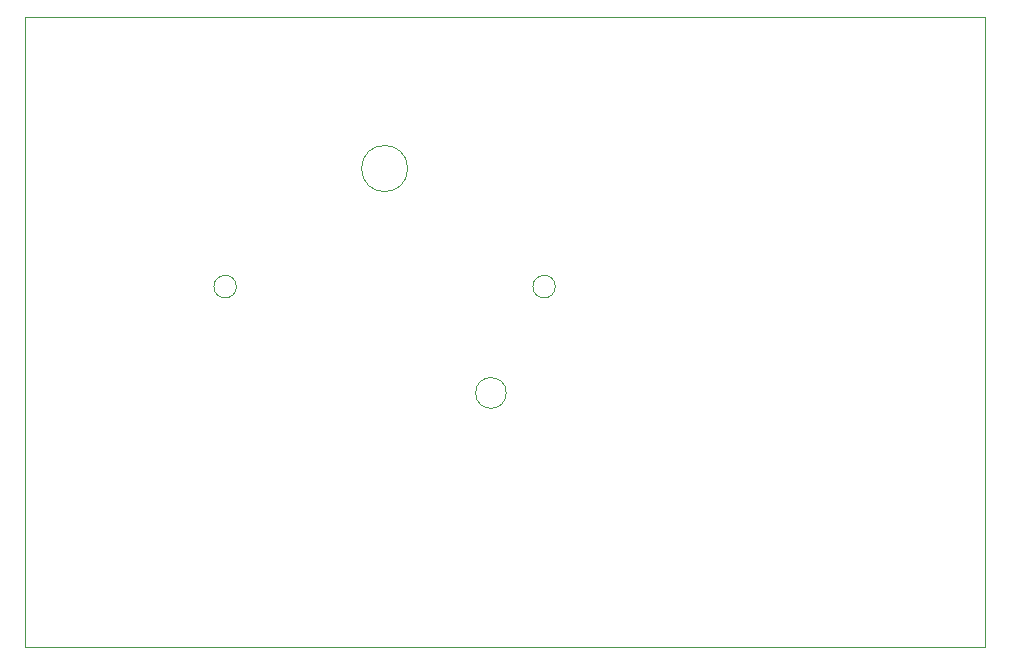
<source format=gbr>
%TF.GenerationSoftware,KiCad,Pcbnew,7.0.10*%
%TF.CreationDate,2024-01-23T18:03:39-08:00*%
%TF.ProjectId,514final,35313466-696e-4616-9c2e-6b696361645f,rev?*%
%TF.SameCoordinates,Original*%
%TF.FileFunction,Profile,NP*%
%FSLAX46Y46*%
G04 Gerber Fmt 4.6, Leading zero omitted, Abs format (unit mm)*
G04 Created by KiCad (PCBNEW 7.0.10) date 2024-01-23 18:03:39*
%MOMM*%
%LPD*%
G01*
G04 APERTURE LIST*
%TA.AperFunction,Profile*%
%ADD10C,0.100000*%
%TD*%
%TA.AperFunction,Profile*%
%ADD11C,0.050000*%
%TD*%
G04 APERTURE END LIST*
D10*
X60960000Y-76200000D02*
X142240000Y-76200000D01*
X142240000Y-129540000D01*
X60960000Y-129540000D01*
X60960000Y-76200000D01*
D11*
%TO.C,M1*%
X105890000Y-99060000D02*
G75*
G03*
X103990000Y-99060000I-950000J0D01*
G01*
X103990000Y-99060000D02*
G75*
G03*
X105890000Y-99060000I950000J0D01*
G01*
X101740000Y-108060000D02*
G75*
G03*
X99140000Y-108060000I-1300000J0D01*
G01*
X99140000Y-108060000D02*
G75*
G03*
X101740000Y-108060000I1300000J0D01*
G01*
X93390000Y-89060000D02*
G75*
G03*
X89490000Y-89060000I-1950000J0D01*
G01*
X89490000Y-89060000D02*
G75*
G03*
X93390000Y-89060000I1950000J0D01*
G01*
X78890000Y-99060000D02*
G75*
G03*
X76990000Y-99060000I-950000J0D01*
G01*
X76990000Y-99060000D02*
G75*
G03*
X78890000Y-99060000I950000J0D01*
G01*
%TD*%
M02*

</source>
